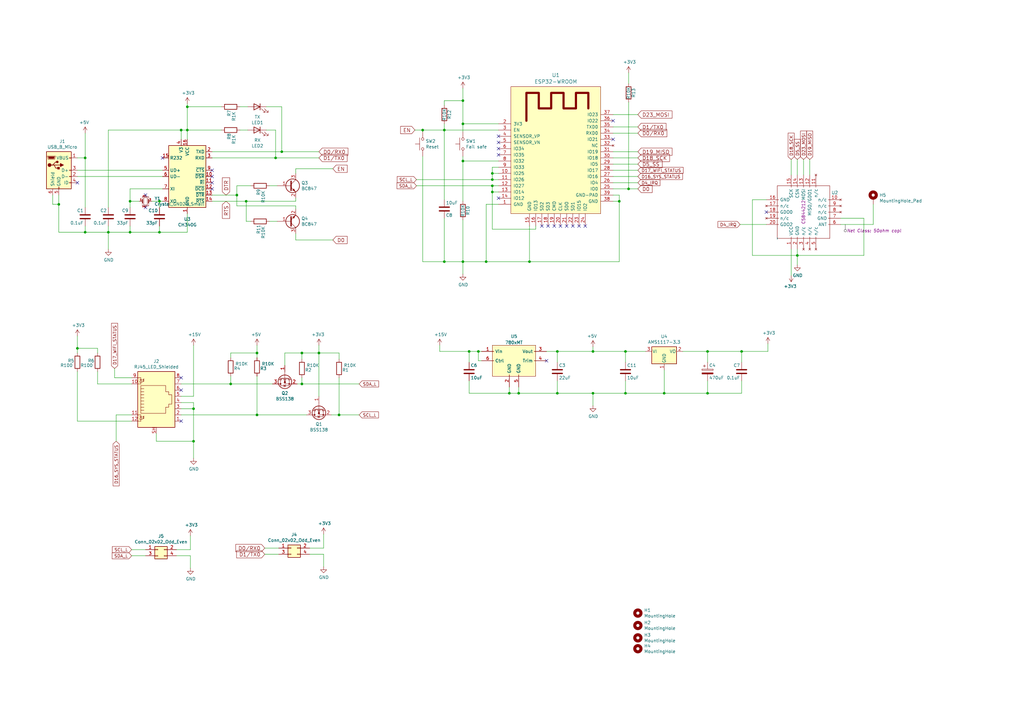
<source format=kicad_sch>
(kicad_sch (version 20230121) (generator eeschema)
  (paper "A3")
  (lib_symbols
    (symbol "Connector:RJ45_LED_Shielded" (pin_names (offset 1.016))
      (property "Reference" "J" (at -5.08 13.97 0))
      (property "Value" "RJ45_LED_Shielded" (at 1.27 13.97 0))
      (symbol "RJ45_LED_Shielded_1_1"
        (pin passive line (at 10.16 -7.62 180) (length 2.54) (name "~") (number "1"))
        (pin passive line (at -10.16 7.62 0) (length 2.54) (name "~") (number "10"))
        (pin passive line (at -10.16 -5.08 0) (length 2.54) (name "~") (number "11"))
        (pin passive line (at -10.16 -7.62 0) (length 2.54) (name "~") (number "12"))
        (pin passive line (at 10.16 -5.08 180) (length 2.54) (name "~") (number "2"))
        (pin passive line (at 10.16 -2.54 180) (length 2.54) (name "~") (number "3"))
        (pin passive line (at 10.16 0 180) (length 2.54) (name "~") (number "4"))
        (pin passive line (at 10.16 2.54 180) (length 2.54) (name "~") (number "5"))
        (pin passive line (at 10.16 5.08 180) (length 2.54) (name "~") (number "6"))
        (pin passive line (at 10.16 7.62 180) (length 2.54) (name "~") (number "7"))
        (pin passive line (at 10.16 10.16 180) (length 2.54) (name "~") (number "8"))
        (pin passive line (at -10.16 10.16 0) (length 2.54) (name "~") (number "9"))
        (pin passive line (at 0 -12.7 90) (length 2.54) (name "~") (number "SH"))
      )
    )
    (symbol "Connector:USB_B_Micro" (pin_names (offset 1.016))
      (property "Reference" "J" (at -5.08 11.43 0))
      (property "Value" "USB_B_Micro" (at -5.08 8.89 0))
      (symbol "USB_B_Micro_1_1"
        (pin power_out line (at 7.62 5.08 180) (length 2.54) (name "VBUS") (number "1"))
        (pin bidirectional line (at 7.62 -2.54 180) (length 2.54) (name "D-") (number "2"))
        (pin bidirectional line (at 7.62 0 180) (length 2.54) (name "D+") (number "3"))
        (pin passive line (at 7.62 -5.08 180) (length 2.54) (name "ID") (number "4"))
        (pin power_out line (at 0 -10.16 90) (length 2.54) (name "GND") (number "5"))
        (pin passive line (at -2.54 -10.16 90) (length 2.54) (name "Shield") (number "6"))
      )
    )
    (symbol "Connector_Generic:Conn_02x02_Odd_Even" (pin_names (offset 1.016) hide)
      (property "Reference" "J" (at 1.27 2.54 0))
      (property "Value" "Conn_02x02_Odd_Even" (at 1.27 -5.08 0))
      (symbol "Conn_02x02_Odd_Even_1_1"
        (pin passive line (at -5.08 0 0) (length 3.81) (name "Pin_1") (number "1"))
        (pin passive line (at 7.62 0 180) (length 3.81) (name "Pin_2") (number "2"))
        (pin passive line (at -5.08 -2.54 0) (length 3.81) (name "Pin_3") (number "3"))
        (pin passive line (at 7.62 -2.54 180) (length 3.81) (name "Pin_4") (number "4"))
      )
    )
    (symbol "Device:C" (pin_numbers hide) (pin_names (offset 0.254))
      (property "Reference" "C" (at 0.635 2.54 0))
      (property "Value" "C" (at 0.635 -2.54 0))
      (symbol "C_1_1"
        (pin passive line (at 0 3.81 270) (length 2.794) (name "~") (number "1"))
        (pin passive line (at 0 -3.81 90) (length 2.794) (name "~") (number "2"))
      )
    )
    (symbol "Device:CP" (pin_numbers hide) (pin_names (offset 0.254))
      (property "Reference" "C" (at 0.635 2.54 0))
      (property "Value" "Device_CP" (at 0.635 -2.54 0))
      (symbol "CP_1_1"
        (pin passive line (at 0 3.81 270) (length 2.794) (name "~") (number "1"))
        (pin passive line (at 0 -3.81 90) (length 2.794) (name "~") (number "2"))
      )
    )
    (symbol "Device:Crystal_GND24_Small" (pin_names (offset 1.016) hide)
      (property "Reference" "Y" (at 1.27 4.445 0))
      (property "Value" "Crystal_GND24_Small" (at 1.27 2.54 0))
      (symbol "Crystal_GND24_Small_1_1"
        (pin passive line (at -2.54 0 0) (length 1.27) (name "1") (number "1"))
        (pin passive line (at 0 -2.54 90) (length 0.635) (name "2") (number "2"))
        (pin passive line (at 2.54 0 180) (length 1.27) (name "3") (number "3"))
        (pin passive line (at 0 2.54 270) (length 0.635) (name "4") (number "4"))
      )
    )
    (symbol "Device:LED" (pin_numbers hide) (pin_names (offset 1.016) hide)
      (property "Reference" "D" (at 0 2.54 0))
      (property "Value" "LED" (at 0 -2.54 0))
      (symbol "LED_1_1"
        (pin passive line (at -3.81 0 0) (length 2.54) (name "K") (number "1"))
        (pin passive line (at 3.81 0 180) (length 2.54) (name "A") (number "2"))
      )
    )
    (symbol "Device:R" (pin_numbers hide) (pin_names (offset 0))
      (property "Reference" "R" (at 2.032 0 90))
      (property "Value" "R" (at 0 0 90))
      (symbol "R_1_1"
        (pin passive line (at 0 3.81 270) (length 1.27) (name "~") (number "1"))
        (pin passive line (at 0 -3.81 90) (length 1.27) (name "~") (number "2"))
      )
    )
    (symbol "Interface_USB:CH340G"
      (property "Reference" "U" (at -5.08 13.97 0))
      (property "Value" "CH340G" (at 1.27 13.97 0))
      (symbol "CH340G_1_1"
        (pin power_in line (at 0 -15.24 90) (length 2.54) (name "GND") (number "1"))
        (pin input line (at 10.16 0 180) (length 2.54) (name "~{DSR}") (number "10"))
        (pin input line (at 10.16 -2.54 180) (length 2.54) (name "~{RI}") (number "11"))
        (pin input line (at 10.16 -5.08 180) (length 2.54) (name "~{DCD}") (number "12"))
        (pin output line (at 10.16 -7.62 180) (length 2.54) (name "~{DTR}") (number "13"))
        (pin output line (at 10.16 -10.16 180) (length 2.54) (name "~{RTS}") (number "14"))
        (pin input line (at -10.16 7.62 0) (length 2.54) (name "R232") (number "15"))
        (pin power_in line (at 0 15.24 270) (length 2.54) (name "VCC") (number "16"))
        (pin output line (at 10.16 10.16 180) (length 2.54) (name "TXD") (number "2"))
        (pin input line (at 10.16 7.62 180) (length 2.54) (name "RXD") (number "3"))
        (pin passive line (at -2.54 15.24 270) (length 2.54) (name "V3") (number "4"))
        (pin bidirectional line (at -10.16 2.54 0) (length 2.54) (name "UD+") (number "5"))
        (pin bidirectional line (at -10.16 0 0) (length 2.54) (name "UD-") (number "6"))
        (pin input line (at -10.16 -5.08 0) (length 2.54) (name "XI") (number "7"))
        (pin output line (at -10.16 -10.16 0) (length 2.54) (name "XO") (number "8"))
        (pin input line (at 10.16 2.54 180) (length 2.54) (name "~{CTS}") (number "9"))
      )
    )
    (symbol "Mechanical:MountingHole" (pin_names (offset 1.016))
      (property "Reference" "H" (at 0 5.08 0))
      (property "Value" "MountingHole" (at 0 3.175 0))
    )
    (symbol "Mechanical:MountingHole_Pad" (pin_numbers hide) (pin_names (offset 1.016) hide)
      (property "Reference" "H" (at 0 6.35 0))
      (property "Value" "MountingHole_Pad" (at 0 4.445 0))
      (symbol "MountingHole_Pad_1_1"
        (pin input line (at 0 -2.54 90) (length 2.54) (name "1") (number "1"))
      )
    )
    (symbol "Regulator_Linear:AMS1117-3.3" (pin_names (offset 0.254))
      (property "Reference" "U" (at -3.81 3.175 0))
      (property "Value" "AMS1117-3.3" (at 0 3.175 0))
      (symbol "AMS1117-3.3_1_1"
        (pin power_in line (at 0 -7.62 90) (length 2.54) (name "GND") (number "1"))
        (pin power_out line (at 7.62 0 180) (length 2.54) (name "VO") (number "2"))
        (pin power_in line (at -7.62 0 0) (length 2.54) (name "VI") (number "3"))
      )
    )
    (symbol "Switch:SW_Push" (pin_numbers hide) (pin_names (offset 1.016) hide)
      (property "Reference" "SW" (at 1.27 2.54 0))
      (property "Value" "SW_Push" (at 0 -1.524 0))
      (symbol "SW_Push_0_1"
        (pin passive line (at -5.08 0 0) (length 2.54) (name "1") (number "1"))
        (pin passive line (at 5.08 0 180) (length 2.54) (name "2") (number "2"))
      )
    )
    (symbol "Transistor_BJT:BC847" (pin_names (offset 0) hide)
      (property "Reference" "Q" (at 5.08 1.905 0))
      (property "Value" "BC847" (at 5.08 0 0))
      (symbol "BC847_1_1"
        (pin input line (at -5.08 0 0) (length 5.715) (name "B") (number "1"))
        (pin passive line (at 2.54 -5.08 90) (length 2.54) (name "E") (number "2"))
        (pin passive line (at 2.54 5.08 270) (length 2.54) (name "C") (number "3"))
      )
    )
    (symbol "Transistor_FET:BSS138" (pin_names hide)
      (property "Reference" "Q" (at 5.08 1.905 0))
      (property "Value" "BSS138" (at 5.08 0 0))
      (symbol "BSS138_1_1"
        (pin input line (at -5.08 0 0) (length 2.54) (name "G") (number "1"))
        (pin passive line (at 2.54 -5.08 90) (length 2.54) (name "S") (number "2"))
        (pin passive line (at 2.54 5.08 270) (length 2.54) (name "D") (number "3"))
      )
    )
    (symbol "nrg_watch:EByte_E07_CC1101"
      (property "Reference" "U4" (at 7.9782 -12.8112 90))
      (property "Value" "~" (at -10.795 10.795 0))
      (property "LCSC" "C5844212" (at 0 0 0))
      (symbol "EByte_E07_CC1101_1_1"
        (pin power_in line (at -15.24 5.08 0) (length 5.08) (name "VCC") (number "1"))
        (pin no_connect line (at 5.08 -15.24 90) (length 5.08) (name "n/c") (number "10"))
        (pin no_connect line (at 15.24 -5.08 180) (length 5.08) (name "n/c") (number "11"))
        (pin bidirectional line (at 15.24 -2.54 180) (length 5.08) (name "MISO/GDO1") (number "12"))
        (pin bidirectional line (at 15.24 0 180) (length 5.08) (name "MOSI") (number "13"))
        (pin input line (at 15.24 2.54 180) (length 5.08) (name "CSN") (number "14"))
        (pin input line (at 15.24 5.08 180) (length 5.08) (name "SCK") (number "15"))
        (pin power_in line (at 5.08 15.24 270) (length 5.08) (name "GND") (number "16"))
        (pin no_connect line (at 2.54 15.24 270) (length 5.08) (name "n/c") (number "17"))
        (pin bidirectional line (at 0 15.24 270) (length 5.08) (name "GDO0") (number "18"))
        (pin no_connect line (at -2.54 15.24 270) (length 5.08) (name "n/c") (number "19"))
        (pin power_in line (at -15.24 2.54 0) (length 5.08) (name "GND") (number "2"))
        (pin bidirectional line (at -5.08 15.24 270) (length 5.08) (name "GDO2") (number "20"))
        (pin no_connect line (at -15.24 0 0) (length 5.08) (name "n/c") (number "3"))
        (pin no_connect line (at -15.24 -2.54 0) (length 5.08) (name "n/c") (number "4"))
        (pin no_connect line (at -15.24 -5.08 0) (length 5.08) (name "n/c") (number "5"))
        (pin output line (at -5.08 -15.24 90) (length 5.08) (name "ANT") (number "6"))
        (pin power_in line (at -2.54 -15.24 90) (length 5.08) (name "GND") (number "7"))
        (pin no_connect line (at 0 -15.24 90) (length 5.08) (name "n/c") (number "8"))
        (pin no_connect line (at 2.54 -15.24 90) (length 5.08) (name "n/c") (number "9"))
      )
    )
    (symbol "nrg_watch:ESP32-WROOM" (pin_names (offset 1.016))
      (property "Reference" "U" (at -17.78 31.75 0))
      (property "Value" "nrg_watch_ESP32-WROOM" (at 12.7 31.75 0))
      (symbol "ESP32-WROOM_1_1"
        (pin power_out line (at -24.13 -17.78 0) (length 5.08) (name "GND") (number "1"))
        (pin bidirectional line (at -24.13 -5.08 0) (length 5.08) (name "IO25") (number "10"))
        (pin bidirectional line (at -24.13 -7.62 0) (length 5.08) (name "IO26") (number "11"))
        (pin bidirectional line (at -24.13 -10.16 0) (length 5.08) (name "IO27") (number "12"))
        (pin bidirectional line (at -24.13 -12.7 0) (length 5.08) (name "IO14") (number "13"))
        (pin bidirectional line (at -24.13 -15.24 0) (length 5.08) (name "IO12") (number "14"))
        (pin power_in line (at -11.43 -26.67 90) (length 5.08) (name "GND") (number "15"))
        (pin bidirectional line (at -8.89 -26.67 90) (length 5.08) (name "IO13") (number "16"))
        (pin bidirectional line (at -6.35 -26.67 90) (length 5.08) (name "SD2") (number "17"))
        (pin bidirectional line (at -3.81 -26.67 90) (length 5.08) (name "SD3") (number "18"))
        (pin bidirectional line (at -1.27 -26.67 90) (length 5.08) (name "CMD") (number "19"))
        (pin power_in line (at -24.13 15.24 0) (length 5.08) (name "3V3") (number "2"))
        (pin input line (at 1.27 -26.67 90) (length 5.08) (name "CLK") (number "20"))
        (pin bidirectional line (at 3.81 -26.67 90) (length 5.08) (name "SDO") (number "21"))
        (pin bidirectional line (at 6.35 -26.67 90) (length 5.08) (name "SD1") (number "22"))
        (pin bidirectional line (at 8.89 -26.67 90) (length 5.08) (name "IO15") (number "23"))
        (pin bidirectional line (at 11.43 -26.67 90) (length 5.08) (name "IO2") (number "24"))
        (pin bidirectional line (at 22.86 -11.43 180) (length 5.08) (name "IO0") (number "25"))
        (pin input line (at 22.86 -8.89 180) (length 5.08) (name "IO4") (number "26"))
        (pin bidirectional line (at 22.86 -6.35 180) (length 5.08) (name "IO16") (number "27"))
        (pin bidirectional line (at 22.86 -3.81 180) (length 5.08) (name "IO17") (number "28"))
        (pin bidirectional line (at 22.86 -1.27 180) (length 5.08) (name "IO5") (number "29"))
        (pin input line (at -24.13 12.7 0) (length 5.08) (name "EN") (number "3"))
        (pin input line (at 22.86 1.27 180) (length 5.08) (name "IO18") (number "30"))
        (pin bidirectional line (at 22.86 3.81 180) (length 5.08) (name "IO19") (number "31"))
        (pin no_connect line (at 22.86 6.35 180) (length 5.08) (name "NC") (number "32"))
        (pin bidirectional line (at 22.86 8.89 180) (length 5.08) (name "IO21") (number "33"))
        (pin bidirectional line (at 22.86 11.43 180) (length 5.08) (name "RXD0") (number "34"))
        (pin bidirectional line (at 22.86 13.97 180) (length 5.08) (name "TXD0") (number "35"))
        (pin bidirectional line (at 22.86 16.51 180) (length 5.08) (name "IO22") (number "36"))
        (pin bidirectional line (at 22.86 19.05 180) (length 5.08) (name "IO23") (number "37"))
        (pin power_in line (at 22.86 -16.51 180) (length 5.08) (name "GND") (number "38"))
        (pin power_in line (at 22.86 -13.97 180) (length 5.08) (name "GND-PAD") (number "39"))
        (pin input line (at -24.13 10.16 0) (length 5.08) (name "SENSOR_VP") (number "4"))
        (pin input line (at -24.13 7.62 0) (length 5.08) (name "SENSOR_VN") (number "5"))
        (pin bidirectional line (at -24.13 5.08 0) (length 5.08) (name "IO34") (number "6"))
        (pin bidirectional line (at -24.13 2.54 0) (length 5.08) (name "IO35") (number "7"))
        (pin bidirectional line (at -24.13 0 0) (length 5.08) (name "IO32") (number "8"))
        (pin bidirectional line (at -24.13 -2.54 0) (length 5.08) (name "IO33") (number "9"))
      )
    )
    (symbol "nrgwatch:780xMT"
      (property "Reference" "U" (at 0 7.62 0))
      (property "Value" "780xMT" (at 0 10.16 0))
      (symbol "780xMT_1_1"
        (pin power_in line (at -13.335 3.81 0) (length 5.08) (name "Vin") (number "1"))
        (pin input line (at -1.905 -10.795 90) (length 5.08) (name "GND") (number "2"))
        (pin power_out line (at 13.335 3.81 180) (length 5.08) (name "Vout") (number "3"))
        (pin input line (at 13.335 0 180) (length 5.08) (name "Trim") (number "4"))
        (pin input line (at 1.905 -10.795 90) (length 5.08) (name "GND") (number "5"))
        (pin input line (at -13.335 0 0) (length 5.08) (name "Ctrl") (number "6"))
      )
    )
    (symbol "power:+15V" (power) (pin_names (offset 0))
      (property "Value" "+15V" (at 0 3.556 0))
      (symbol "+15V_1_1"
        (pin power_in line (at 0 0 90) (length 0) hide (name "+15V") (number "1"))
      )
    )
    (symbol "power:+3V3" (power) (pin_names (offset 0))
      (property "Value" "+3V3" (at 0 3.556 0))
      (symbol "+3V3_1_1"
        (pin power_in line (at 0 0 90) (length 0) hide (name "+3V3") (number "1"))
      )
    )
    (symbol "power:+5V" (power) (pin_names (offset 0))
      (property "Value" "+5V" (at 0 3.556 0))
      (symbol "+5V_1_1"
        (pin power_in line (at 0 0 90) (length 0) hide (name "+5V") (number "1"))
      )
    )
    (symbol "power:GND" (power) (pin_names (offset 0))
      (property "Value" "GND" (at 0 -3.81 0))
      (symbol "GND_1_1"
        (pin power_in line (at 0 0 270) (length 0) hide (name "GND") (number "1"))
      )
    )
  )
  (junction (at 290.195 161.29))
  (junction (at 327.025 104.775))
  (junction (at 256.54 144.145))
  (junction (at 243.205 144.145))
  (junction (at 24.13 83.82))
  (junction (at 201.93 76.2))
  (junction (at 115.57 62.23))
  (junction (at 254 82.55))
  (junction (at 139.065 170.18))
  (junction (at 123.825 157.48))
  (junction (at 290.195 144.145))
  (junction (at 189.865 66.04))
  (junction (at 201.93 78.74))
  (junction (at 228.6 144.145))
  (junction (at 304.165 144.145))
  (junction (at 201.93 71.12))
  (junction (at 123.825 144.78))
  (junction (at 100.965 82.55))
  (junction (at 113.03 64.77))
  (junction (at 189.865 41.275))
  (junction (at 217.17 107.315))
  (junction (at 173.355 53.34))
  (junction (at 228.6 161.29))
  (junction (at 189.865 107.315))
  (junction (at 201.93 73.66))
  (junction (at 44.45 95.25))
  (junction (at 74.295 53.34))
  (junction (at 130.81 144.78))
  (junction (at 257.81 77.47))
  (junction (at 208.915 161.29))
  (junction (at 65.405 82.55))
  (junction (at 199.39 107.315))
  (junction (at 105.41 144.78))
  (junction (at 34.925 64.77))
  (junction (at 212.725 161.29))
  (junction (at 182.245 53.34))
  (junction (at 105.41 170.18))
  (junction (at 76.835 43.815))
  (junction (at 79.375 180.975))
  (junction (at 34.925 95.25))
  (junction (at 189.865 50.8))
  (junction (at 192.405 144.145))
  (junction (at 272.415 161.29))
  (junction (at 65.405 95.25))
  (junction (at 94.615 157.48))
  (junction (at 243.205 161.29))
  (junction (at 76.835 53.34))
  (junction (at 53.34 82.55))
  (junction (at 196.215 144.145))
  (junction (at 182.245 107.315))
  (junction (at 53.34 95.25))
  (junction (at 97.155 80.01))
  (junction (at 256.54 161.29))
  (junction (at 79.375 167.64))
  (junction (at 31.75 142.875))
  (no_connect (at 251.46 57.15))
  (no_connect (at 204.47 63.5))
  (no_connect (at 204.47 60.96))
  (no_connect (at 66.675 64.77))
  (no_connect (at 314.325 86.995))
  (no_connect (at 204.47 81.28))
  (no_connect (at 86.995 69.85))
  (no_connect (at 204.47 58.42))
  (no_connect (at 240.03 92.71))
  (no_connect (at 74.295 160.02))
  (no_connect (at 229.87 92.71))
  (no_connect (at 204.47 55.88))
  (no_connect (at 224.79 92.71))
  (no_connect (at 59.69 85.09))
  (no_connect (at 74.295 154.94))
  (no_connect (at 227.33 92.71))
  (no_connect (at 234.95 92.71))
  (no_connect (at 222.25 92.71))
  (no_connect (at 86.995 72.39))
  (no_connect (at 224.155 147.955))
  (no_connect (at 86.995 77.47))
  (no_connect (at 232.41 92.71))
  (no_connect (at 59.69 80.01))
  (no_connect (at 251.46 49.53))
  (no_connect (at 74.295 172.72))
  (no_connect (at 86.995 74.93))
  (no_connect (at 237.49 92.71))
  (no_connect (at 31.75 74.93))
  (wire (pts (xy 208.915 161.29) (xy 212.725 161.29)))
  (wire (pts (xy 308.61 81.915) (xy 308.61 104.775)))
  (wire (pts (xy 100.965 82.55) (xy 100.965 90.805)))
  (wire (pts (xy 256.54 144.145) (xy 264.795 144.145)))
  (wire (pts (xy 212.725 161.29) (xy 228.6 161.29)))
  (wire (pts (xy 180.34 144.145) (xy 192.405 144.145)))
  (wire (pts (xy 173.355 64.135) (xy 173.355 107.315)))
  (wire (pts (xy 44.45 53.34) (xy 74.295 53.34)))
  (wire (pts (xy 212.725 158.75) (xy 212.725 161.29)))
  (wire (pts (xy 354.33 89.535) (xy 354.33 104.775)))
  (wire (pts (xy 97.155 84.455) (xy 97.155 80.01)))
  (wire (pts (xy 290.195 148.59) (xy 290.195 144.145)))
  (wire (pts (xy 53.975 172.72) (xy 31.75 172.72)))
  (wire (pts (xy 74.295 53.34) (xy 76.835 53.34)))
  (wire (pts (xy 31.75 137.795) (xy 31.75 142.875)))
  (wire (pts (xy 180.34 144.145) (xy 180.34 141.605)))
  (wire (pts (xy 256.54 156.21) (xy 256.54 161.29)))
  (wire (pts (xy 78.105 219.71) (xy 78.105 225.425)))
  (wire (pts (xy 110.49 76.2) (xy 113.665 76.2)))
  (wire (pts (xy 31.75 72.39) (xy 66.675 72.39)))
  (wire (pts (xy 46.99 154.94) (xy 53.975 154.94)))
  (wire (pts (xy 121.285 85.725) (xy 121.285 84.455)))
  (wire (pts (xy 21.59 83.82) (xy 24.13 83.82)))
  (wire (pts (xy 109.22 53.34) (xy 113.03 53.34)))
  (wire (pts (xy 98.425 53.34) (xy 101.6 53.34)))
  (wire (pts (xy 47.625 170.18) (xy 53.975 170.18)))
  (wire (pts (xy 228.6 161.29) (xy 243.205 161.29)))
  (wire (pts (xy 53.34 85.09) (xy 53.34 82.55)))
  (wire (pts (xy 31.75 142.875) (xy 31.75 144.78)))
  (wire (pts (xy 224.155 144.145) (xy 228.6 144.145)))
  (wire (pts (xy 74.295 170.18) (xy 105.41 170.18)))
  (wire (pts (xy 314.96 140.97) (xy 314.96 144.145)))
  (wire (pts (xy 65.405 95.25) (xy 76.835 95.25)))
  (wire (pts (xy 182.245 41.275) (xy 182.245 43.18)))
  (wire (pts (xy 199.39 83.82) (xy 204.47 83.82)))
  (wire (pts (xy 121.285 69.215) (xy 136.525 69.215)))
  (wire (pts (xy 76.835 42.545) (xy 76.835 43.815)))
  (wire (pts (xy 130.81 144.78) (xy 130.81 162.56)))
  (wire (pts (xy 44.45 53.34) (xy 44.45 85.09)))
  (wire (pts (xy 327.025 102.235) (xy 327.025 104.775)))
  (wire (pts (xy 189.865 66.04) (xy 189.865 82.55)))
  (wire (pts (xy 34.925 64.77) (xy 34.925 85.09)))
  (wire (pts (xy 86.995 82.55) (xy 100.965 82.55)))
  (wire (pts (xy 261.62 74.93) (xy 251.46 74.93)))
  (wire (pts (xy 113.665 90.805) (xy 110.49 90.805)))
  (wire (pts (xy 76.835 43.815) (xy 90.805 43.815)))
  (wire (pts (xy 256.54 161.29) (xy 243.205 161.29)))
  (wire (pts (xy 314.325 81.915) (xy 308.61 81.915)))
  (wire (pts (xy 332.105 65.405) (xy 332.105 71.755)))
  (wire (pts (xy 147.32 170.18) (xy 139.065 170.18)))
  (wire (pts (xy 53.34 92.71) (xy 53.34 95.25)))
  (wire (pts (xy 105.41 141.605) (xy 105.41 144.78)))
  (wire (pts (xy 208.915 158.75) (xy 208.915 161.29)))
  (wire (pts (xy 123.825 154.94) (xy 123.825 157.48)))
  (wire (pts (xy 189.865 66.04) (xy 189.865 64.135)))
  (wire (pts (xy 34.925 54.61) (xy 34.925 64.77)))
  (wire (pts (xy 219.71 92.71) (xy 219.71 93.98)))
  (wire (pts (xy 53.34 77.47) (xy 66.675 77.47)))
  (wire (pts (xy 358.14 83.82) (xy 358.14 92.075)))
  (wire (pts (xy 31.75 64.77) (xy 34.925 64.77)))
  (wire (pts (xy 21.59 80.01) (xy 21.59 83.82)))
  (wire (pts (xy 170.18 53.34) (xy 173.355 53.34)))
  (wire (pts (xy 79.375 141.605) (xy 79.375 162.56)))
  (wire (pts (xy 86.995 80.01) (xy 97.155 80.01)))
  (wire (pts (xy 125.73 170.18) (xy 105.41 170.18)))
  (wire (pts (xy 243.205 166.37) (xy 243.205 161.29)))
  (wire (pts (xy 139.065 147.32) (xy 139.065 144.78)))
  (wire (pts (xy 74.295 162.56) (xy 79.375 162.56)))
  (wire (pts (xy 53.34 82.55) (xy 53.34 77.47)))
  (wire (pts (xy 254 82.55) (xy 251.46 82.55)))
  (wire (pts (xy 79.375 165.1) (xy 74.295 165.1)))
  (wire (pts (xy 304.165 144.145) (xy 304.165 148.59)))
  (wire (pts (xy 189.865 41.275) (xy 189.865 50.8)))
  (wire (pts (xy 72.39 227.965) (xy 78.105 227.965)))
  (wire (pts (xy 324.485 102.235) (xy 324.485 113.03)))
  (wire (pts (xy 192.405 144.145) (xy 196.215 144.145)))
  (wire (pts (xy 329.565 65.405) (xy 329.565 71.755)))
  (wire (pts (xy 65.405 92.71) (xy 65.405 95.25)))
  (wire (pts (xy 105.41 144.78) (xy 105.41 146.685)))
  (wire (pts (xy 31.75 152.4) (xy 31.75 172.72)))
  (wire (pts (xy 76.835 53.34) (xy 90.805 53.34)))
  (wire (pts (xy 204.47 66.04) (xy 189.865 66.04)))
  (wire (pts (xy 53.34 95.25) (xy 65.405 95.25)))
  (wire (pts (xy 324.485 65.405) (xy 324.485 71.755)))
  (wire (pts (xy 79.375 180.975) (xy 79.375 187.96)))
  (wire (pts (xy 228.6 144.145) (xy 243.205 144.145)))
  (wire (pts (xy 76.835 95.25) (xy 76.835 87.63)))
  (wire (pts (xy 251.46 52.07) (xy 261.62 52.07)))
  (wire (pts (xy 290.195 161.29) (xy 272.415 161.29)))
  (wire (pts (xy 108.585 227.33) (xy 114.3 227.33)))
  (wire (pts (xy 65.405 85.09) (xy 65.405 82.55)))
  (wire (pts (xy 113.03 53.34) (xy 113.03 64.77)))
  (wire (pts (xy 182.245 53.34) (xy 204.47 53.34)))
  (wire (pts (xy 46.99 151.13) (xy 46.99 154.94)))
  (wire (pts (xy 201.93 78.74) (xy 204.47 78.74)))
  (wire (pts (xy 53.975 225.425) (xy 59.69 225.425)))
  (wire (pts (xy 290.195 144.145) (xy 304.165 144.145)))
  (wire (pts (xy 199.39 107.315) (xy 217.17 107.315)))
  (wire (pts (xy 290.195 161.29) (xy 304.165 161.29)))
  (wire (pts (xy 173.355 107.315) (xy 182.245 107.315)))
  (wire (pts (xy 192.405 161.29) (xy 192.405 156.21)))
  (wire (pts (xy 79.375 167.64) (xy 79.375 180.975)))
  (wire (pts (xy 130.81 141.605) (xy 130.81 144.78)))
  (wire (pts (xy 34.925 95.25) (xy 24.13 95.25)))
  (wire (pts (xy 121.285 98.425) (xy 136.525 98.425)))
  (wire (pts (xy 47.625 180.975) (xy 47.625 170.18)))
  (wire (pts (xy 201.93 78.74) (xy 201.93 76.2)))
  (wire (pts (xy 115.57 62.23) (xy 115.57 43.815)))
  (wire (pts (xy 72.39 225.425) (xy 78.105 225.425)))
  (wire (pts (xy 182.245 81.915) (xy 182.245 53.34)))
  (wire (pts (xy 344.805 92.075) (xy 358.14 92.075)))
  (wire (pts (xy 76.835 43.815) (xy 76.835 53.34)))
  (wire (pts (xy 189.865 41.275) (xy 182.245 41.275)))
  (wire (pts (xy 280.035 144.145) (xy 290.195 144.145)))
  (wire (pts (xy 243.205 144.145) (xy 243.205 142.24)))
  (wire (pts (xy 256.54 148.59) (xy 256.54 144.145)))
  (wire (pts (xy 189.865 36.195) (xy 189.865 41.275)))
  (wire (pts (xy 139.065 170.18) (xy 135.89 170.18)))
  (wire (pts (xy 24.13 95.25) (xy 24.13 83.82)))
  (wire (pts (xy 123.825 157.48) (xy 147.32 157.48)))
  (wire (pts (xy 192.405 148.59) (xy 192.405 144.145)))
  (wire (pts (xy 94.615 154.305) (xy 94.615 157.48)))
  (wire (pts (xy 201.93 73.66) (xy 201.93 71.12)))
  (wire (pts (xy 173.355 53.975) (xy 173.355 53.34)))
  (wire (pts (xy 100.965 90.805) (xy 102.87 90.805)))
  (wire (pts (xy 251.46 64.77) (xy 261.62 64.77)))
  (wire (pts (xy 201.93 71.12) (xy 204.47 71.12)))
  (wire (pts (xy 201.93 68.58) (xy 204.47 68.58)))
  (wire (pts (xy 116.84 144.78) (xy 116.84 149.86)))
  (wire (pts (xy 257.81 41.91) (xy 257.81 77.47)))
  (wire (pts (xy 105.41 154.305) (xy 105.41 170.18)))
  (wire (pts (xy 44.45 95.25) (xy 34.925 95.25)))
  (wire (pts (xy 105.41 144.78) (xy 94.615 144.78)))
  (wire (pts (xy 44.45 95.25) (xy 53.34 95.25)))
  (wire (pts (xy 251.46 67.31) (xy 261.62 67.31)))
  (wire (pts (xy 111.76 157.48) (xy 94.615 157.48)))
  (wire (pts (xy 201.93 71.12) (xy 201.93 68.58)))
  (wire (pts (xy 132.715 227.33) (xy 132.715 232.41)))
  (wire (pts (xy 261.62 77.47) (xy 257.81 77.47)))
  (wire (pts (xy 182.245 50.8) (xy 182.245 53.34)))
  (wire (pts (xy 34.925 92.71) (xy 34.925 95.25)))
  (wire (pts (xy 98.425 43.815) (xy 101.6 43.815)))
  (wire (pts (xy 78.105 227.965) (xy 78.105 233.045)))
  (wire (pts (xy 31.75 142.875) (xy 40.005 142.875)))
  (wire (pts (xy 196.215 147.955) (xy 196.215 144.145)))
  (wire (pts (xy 108.585 224.79) (xy 114.3 224.79)))
  (wire (pts (xy 251.46 69.85) (xy 261.62 69.85)))
  (wire (pts (xy 121.285 71.12) (xy 121.285 69.215)))
  (wire (pts (xy 308.61 104.775) (xy 327.025 104.775)))
  (wire (pts (xy 199.39 83.82) (xy 199.39 107.315)))
  (wire (pts (xy 31.75 69.85) (xy 66.675 69.85)))
  (wire (pts (xy 189.865 112.395) (xy 189.865 107.315)))
  (wire (pts (xy 74.295 167.64) (xy 79.375 167.64)))
  (wire (pts (xy 76.835 53.34) (xy 76.835 57.15)))
  (wire (pts (xy 102.87 76.2) (xy 97.155 76.2)))
  (wire (pts (xy 64.135 177.8) (xy 64.135 180.975)))
  (wire (pts (xy 327.025 104.775) (xy 327.025 108.585)))
  (wire (pts (xy 243.205 144.145) (xy 256.54 144.145)))
  (wire (pts (xy 182.245 107.315) (xy 189.865 107.315)))
  (wire (pts (xy 40.005 152.4) (xy 40.005 157.48)))
  (wire (pts (xy 86.995 64.77) (xy 113.03 64.77)))
  (wire (pts (xy 272.415 161.29) (xy 272.415 151.765)))
  (wire (pts (xy 123.825 147.32) (xy 123.825 144.78)))
  (wire (pts (xy 116.84 144.78) (xy 123.825 144.78)))
  (wire (pts (xy 201.93 93.98) (xy 201.93 78.74)))
  (wire (pts (xy 24.13 83.82) (xy 24.13 80.01)))
  (wire (pts (xy 97.155 76.2) (xy 97.155 80.01)))
  (wire (pts (xy 115.57 62.23) (xy 130.81 62.23)))
  (wire (pts (xy 251.46 54.61) (xy 261.62 54.61)))
  (wire (pts (xy 86.995 62.23) (xy 115.57 62.23)))
  (wire (pts (xy 196.215 144.145) (xy 197.485 144.145)))
  (wire (pts (xy 64.135 180.975) (xy 79.375 180.975)))
  (wire (pts (xy 251.46 62.23) (xy 261.62 62.23)))
  (wire (pts (xy 254 80.01) (xy 254 82.55)))
  (wire (pts (xy 182.245 89.535) (xy 182.245 107.315)))
  (wire (pts (xy 130.81 144.78) (xy 139.065 144.78)))
  (wire (pts (xy 189.865 90.17) (xy 189.865 107.315)))
  (wire (pts (xy 251.46 46.99) (xy 261.62 46.99)))
  (wire (pts (xy 257.81 29.845) (xy 257.81 34.29)))
  (wire (pts (xy 344.805 89.535) (xy 354.33 89.535)))
  (wire (pts (xy 121.92 157.48) (xy 123.825 157.48)))
  (wire (pts (xy 217.17 107.315) (xy 254 107.315)))
  (wire (pts (xy 121.285 84.455) (xy 97.155 84.455)))
  (wire (pts (xy 53.34 82.55) (xy 57.15 82.55)))
  (wire (pts (xy 40.005 142.875) (xy 40.005 144.78)))
  (wire (pts (xy 123.825 144.78) (xy 130.81 144.78)))
  (wire (pts (xy 327.025 104.775) (xy 354.33 104.775)))
  (wire (pts (xy 219.71 93.98) (xy 201.93 93.98)))
  (wire (pts (xy 62.23 82.55) (xy 65.405 82.55)))
  (wire (pts (xy 66.675 82.55) (xy 65.405 82.55)))
  (wire (pts (xy 201.93 76.2) (xy 204.47 76.2)))
  (wire (pts (xy 304.165 161.29) (xy 304.165 156.21)))
  (wire (pts (xy 192.405 161.29) (xy 208.915 161.29)))
  (wire (pts (xy 173.355 53.34) (xy 182.245 53.34)))
  (wire (pts (xy 74.295 157.48) (xy 94.615 157.48)))
  (wire (pts (xy 40.005 157.48) (xy 53.975 157.48)))
  (wire (pts (xy 197.485 147.955) (xy 196.215 147.955)))
  (wire (pts (xy 115.57 43.815) (xy 109.22 43.815)))
  (wire (pts (xy 170.815 76.2) (xy 201.93 76.2)))
  (wire (pts (xy 327.025 65.405) (xy 327.025 71.755)))
  (wire (pts (xy 304.165 144.145) (xy 314.96 144.145)))
  (wire (pts (xy 53.975 227.965) (xy 59.69 227.965)))
  (wire (pts (xy 257.81 77.47) (xy 251.46 77.47)))
  (wire (pts (xy 251.46 72.39) (xy 261.62 72.39)))
  (wire (pts (xy 132.715 219.075) (xy 132.715 224.79)))
  (wire (pts (xy 100.965 82.55) (xy 121.285 82.55)))
  (wire (pts (xy 139.065 154.94) (xy 139.065 170.18)))
  (wire (pts (xy 189.865 50.8) (xy 204.47 50.8)))
  (wire (pts (xy 254 82.55) (xy 254 107.315)))
  (wire (pts (xy 217.17 92.71) (xy 217.17 107.315)))
  (wire (pts (xy 201.93 73.66) (xy 204.47 73.66)))
  (wire (pts (xy 189.865 107.315) (xy 199.39 107.315)))
  (wire (pts (xy 94.615 144.78) (xy 94.615 146.685)))
  (wire (pts (xy 228.6 148.59) (xy 228.6 144.145)))
  (wire (pts (xy 303.53 92.075) (xy 314.325 92.075)))
  (wire (pts (xy 113.03 64.77) (xy 130.81 64.77)))
  (wire (pts (xy 121.285 95.885) (xy 121.285 98.425)))
  (wire (pts (xy 74.295 57.15) (xy 74.295 53.34)))
  (wire (pts (xy 228.6 156.21) (xy 228.6 161.29)))
  (wire (pts (xy 272.415 161.29) (xy 256.54 161.29)))
  (wire (pts (xy 44.45 92.71) (xy 44.45 95.25)))
  (wire (pts (xy 44.45 95.25) (xy 44.45 102.235)))
  (wire (pts (xy 121.285 82.55) (xy 121.285 81.28)))
  (wire (pts (xy 290.195 156.21) (xy 290.195 161.29)))
  (wire (pts (xy 189.865 50.8) (xy 189.865 53.975)))
  (wire (pts (xy 127 227.33) (xy 132.715 227.33)))
  (wire (pts (xy 127 224.79) (xy 132.715 224.79)))
  (wire (pts (xy 79.375 167.64) (xy 79.375 165.1)))
  (wire (pts (xy 170.815 73.66) (xy 201.93 73.66)))
  (wire (pts (xy 251.46 80.01) (xy 254 80.01)))
  (global_label "D16_SYS_STATUS" (shape input) (at 261.62 72.39 0) (property "Intersheetrefs" "${INTERSHEET_REFS}" (effects hide)))
  (global_label "RTS" (shape input) (at 92.71 82.55 270) (effects (font (size 1.524 1.524))) (property "Intersheetrefs" "${INTERSHEET_REFS}" (effects hide)))
  (global_label "D0/RX0" (shape input) (at 130.81 62.23 0) (effects (font (size 1.524 1.524))) (property "Intersheetrefs" "${INTERSHEET_REFS}" (effects hide)))
  (global_label "D19_MISO" (shape input) (at 261.62 62.23 0) (effects (font (size 1.524 1.524))) (property "Intersheetrefs" "${INTERSHEET_REFS}" (effects hide)))
  (global_label "D0/RX0" (shape input) (at 261.62 54.61 0) (effects (font (size 1.524 1.524))) (property "Intersheetrefs" "${INTERSHEET_REFS}" (effects hide)))
  (global_label "D5_SS" (shape input) (at 261.62 67.31 0) (effects (font (size 1.524 1.524))) (property "Intersheetrefs" "${INTERSHEET_REFS}" (effects hide)))
  (global_label "D23_MOSI" (shape input) (at 329.565 65.405 90) (property "Intersheetrefs" "${INTERSHEET_REFS}" (effects hide)))
  (global_label "EN" (shape input) (at 136.525 69.215 0) (effects (font (size 1.524 1.524))) (property "Intersheetrefs" "${INTERSHEET_REFS}" (effects hide)))
  (global_label "D4_IRQ" (shape input) (at 303.53 92.075 180) (property "Intersheetrefs" "${INTERSHEET_REFS}" (effects hide)))
  (global_label "D4_IRQ" (shape input) (at 261.62 74.93 0) (property "Intersheetrefs" "${INTERSHEET_REFS}" (effects hide)))
  (global_label "D16_SYS_STATUS" (shape input) (at 47.625 180.975 270) (property "Intersheetrefs" "${INTERSHEET_REFS}" (effects hide)))
  (global_label "D0" (shape input) (at 136.525 98.425 0) (effects (font (size 1.524 1.524))) (property "Intersheetrefs" "${INTERSHEET_REFS}" (effects hide)))
  (global_label "D18_SCK" (shape input) (at 324.485 65.405 90) (property "Intersheetrefs" "${INTERSHEET_REFS}" (effects hide)))
  (global_label "D1/TX0" (shape input) (at 261.62 52.07 0) (effects (font (size 1.524 1.524))) (property "Intersheetrefs" "${INTERSHEET_REFS}" (effects hide)))
  (global_label "SCL_L" (shape input) (at 53.975 225.425 180) (property "Intersheetrefs" "${INTERSHEET_REFS}" (effects hide)))
  (global_label "D19_MISO" (shape input) (at 332.105 65.405 90) (property "Intersheetrefs" "${INTERSHEET_REFS}" (effects hide)))
  (global_label "D17_WIFI_STATUS" (shape input) (at 261.62 69.85 0) (property "Intersheetrefs" "${INTERSHEET_REFS}" (effects hide)))
  (global_label "SDA_L" (shape input) (at 53.975 227.965 180) (property "Intersheetrefs" "${INTERSHEET_REFS}" (effects hide)))
  (global_label "EN" (shape input) (at 170.18 53.34 180) (effects (font (size 1.524 1.524))) (property "Intersheetrefs" "${INTERSHEET_REFS}" (effects hide)))
  (global_label "SDA_L" (shape input) (at 147.32 157.48 0) (property "Intersheetrefs" "${INTERSHEET_REFS}" (effects hide)))
  (global_label "D17_WIFI_STATUS" (shape input) (at 46.99 151.13 90) (property "Intersheetrefs" "${INTERSHEET_REFS}" (effects hide)))
  (global_label "SCL_L" (shape input) (at 147.32 170.18 0) (property "Intersheetrefs" "${INTERSHEET_REFS}" (effects hide)))
  (global_label "D18_SCK" (shape input) (at 261.62 64.77 0) (effects (font (size 1.524 1.524))) (property "Intersheetrefs" "${INTERSHEET_REFS}" (effects hide)))
  (global_label "D5_SS" (shape input) (at 327.025 65.405 90) (property "Intersheetrefs" "${INTERSHEET_REFS}" (effects hide)))
  (global_label "D0" (shape input) (at 261.62 77.47 0) (effects (font (size 1.524 1.524))) (property "Intersheetrefs" "${INTERSHEET_REFS}" (effects hide)))
  (global_label "D23_MOSI" (shape input) (at 261.62 46.99 0) (effects (font (size 1.524 1.524))) (property "Intersheetrefs" "${INTERSHEET_REFS}" (effects hide)))
  (global_label "D1/TX0" (shape input) (at 108.585 227.33 180) (effects (font (size 1.524 1.524))) (property "Intersheetrefs" "${INTERSHEET_REFS}" (effects hide)))
  (global_label "D0/RX0" (shape input) (at 108.585 224.79 180) (effects (font (size 1.524 1.524))) (property "Intersheetrefs" "${INTERSHEET_REFS}" (effects hide)))
  (global_label "SDA_L" (shape input) (at 170.815 76.2 180) (property "Intersheetrefs" "${INTERSHEET_REFS}" (effects hide)))
  (global_label "D1/TX0" (shape input) (at 130.81 64.77 0) (effects (font (size 1.524 1.524))) (property "Intersheetrefs" "${INTERSHEET_REFS}" (effects hide)))
  (global_label "DTR" (shape input) (at 92.71 80.01 90) (effects (font (size 1.524 1.524))) (property "Intersheetrefs" "${INTERSHEET_REFS}" (effects hide)))
  (global_label "SCL_L" (shape input) (at 170.815 73.66 180) (property "Intersheetrefs" "${INTERSHEET_REFS}" (effects hide)))
  (netclass_flag "" (length 2.54) (shape round) (at 346.71 92.075 180) (property "Netclass" "50ohm copl" (at 347.3196 94.615 0) (show_name) (effects (font italic) (justify left))))
  (symbol (lib_id "Device:R") (at 139.065 151.13 0) (mirror x) (unit 1)
    (property "Reference" "R1" (at 140.335 151.765 0) (effects (justify left)))
    (property "Value" "R10K" (at 140.97 149.86 0) (effects (justify left)))
    (property "Footprint" "Resistor_SMD:R_0805_2012Metric" (effects hide))
    (property "LCSC" "C17414" (effects hide))
  )
  (symbol (lib_id "power:GND") (at 189.865 112.395 0) (unit 1)
    (property "Reference" "#PWR05" (effects hide))
    (property "Value" "GND" (at 189.992 116.7892 0))
  )
  (symbol (lib_id "Device:R") (at 189.865 86.36 0) (mirror x) (unit 1)
    (property "Reference" "R10" (at 191.897 86.36 90))
    (property "Value" "R10K" (at 189.865 86.36 90))
    (property "Footprint" "Resistor_SMD:R_0805_2012Metric" (effects hide))
    (property "LCSC" "C17414" (effects hide))
  )
  (symbol (lib_id "nrg_watch:ESP32-WROOM") (at 228.6 66.04 0) (unit 1)
    (property "Reference" "U1" (at 227.965 30.8102 0) (effects (font (size 1.524 1.524))))
    (property "Value" "ESP32-WROOM" (at 227.965 33.5026 0) (effects (font (size 1.524 1.524))))
    (property "Footprint" "nrg_watch:ESP32-WROOM-32E" (effects hide))
    (property "LCSC" "C473012" (effects hide))
  )
  (symbol (lib_id "Device:CP") (at 290.195 152.4 0) (unit 1)
    (property "Reference" "C4" (at 290.83 149.86 0) (effects (justify left)))
    (property "Value" "470uF" (at 290.83 154.94 0) (effects (justify left)))
    (property "Footprint" "Capacitor_Tantalum_SMD:CP_EIA-7343-31_Kemet-D" (effects hide))
    (property "LCSC" "C7229" (effects hide))
  )
  (symbol (lib_id "Device:C") (at 192.405 152.4 0) (unit 1)
    (property "Reference" "C6" (at 193.04 149.86 0) (effects (justify left)))
    (property "Value" "10uF" (at 193.04 154.94 0) (effects (justify left)))
    (property "Footprint" "Capacitor_SMD:C_0805_2012Metric" (effects hide))
    (property "LCSC" "C15850" (effects hide))
  )
  (symbol (lib_id "Mechanical:MountingHole") (at 261.62 256.54 0) (unit 1)
    (property "Reference" "H2" (at 264.16 255.3716 0) (effects (justify left)))
    (property "Value" "MountingHole" (at 264.16 257.683 0) (effects (justify left)))
    (property "Footprint" "MountingHole:MountingHole_2.5mm" (effects hide))
  )
  (symbol (lib_id "Connector_Generic:Conn_02x02_Odd_Even") (at 64.77 225.425 0) (unit 1)
    (property "Reference" "J5" (at 66.04 219.9132 0))
    (property "Value" "Conn_02x02_Odd_Even" (at 66.04 222.2246 0))
    (property "Footprint" "Connector_PinHeader_2.54mm:PinHeader_2x02_P2.54mm_Vertical" (effects hide))
  )
  (symbol (lib_id "Switch:SW_Push") (at 189.865 59.055 90) (unit 1)
    (property "Reference" "SW1" (at 191.0842 57.8866 90) (effects (justify right)))
    (property "Value" "Fail safe" (at 191.0842 60.198 90) (effects (justify right)))
    (property "Footprint" "nrg_watch:TS-1187" (effects hide))
    (property "LCSC" "C92589" (effects hide))
  )
  (symbol (lib_id "power:+15V") (at 180.34 141.605 0) (unit 1)
    (property "Reference" "#PWR0108" (effects hide))
    (property "Value" "+15V" (at 180.721 137.2108 0))
  )
  (symbol (lib_id "power:+5V") (at 105.41 141.605 0) (mirror y) (unit 1)
    (property "Reference" "#PWR07" (effects hide))
    (property "Value" "+5V" (at 105.029 137.2108 0))
  )
  (symbol (lib_id "power:+3V3") (at 130.81 141.605 0) (mirror y) (unit 1)
    (property "Reference" "#PWR06" (effects hide))
    (property "Value" "+3V3" (at 130.429 137.2108 0))
  )
  (symbol (lib_id "Transistor_FET:BSS138") (at 130.81 167.64 90) (mirror x) (unit 1)
    (property "Reference" "Q1" (at 130.81 173.9646 90))
    (property "Value" "BSS138" (at 130.81 176.276 90))
    (property "Footprint" "Package_TO_SOT_SMD:SOT-23W" (effects hide))
    (property "Datasheet" "https://www.fairchildsemi.com/datasheets/BS/BSS138.pdf" (effects hide))
    (property "LCSC" "C170166" (effects hide))
  )
  (symbol (lib_id "Transistor_FET:BSS138") (at 116.84 154.94 90) (mirror x) (unit 1)
    (property "Reference" "Q2" (at 116.84 161.2646 90))
    (property "Value" "BSS138" (at 116.84 163.576 90))
    (property "Footprint" "Package_TO_SOT_SMD:SOT-23W" (effects hide))
    (property "Datasheet" "https://www.fairchildsemi.com/datasheets/BS/BSS138.pdf" (effects hide))
    (property "LCSC" "C170166" (effects hide))
  )
  (symbol (lib_id "Device:R") (at 105.41 150.495 0) (mirror x) (unit 1)
    (property "Reference" "R3" (at 106.68 151.13 0) (effects (justify left)))
    (property "Value" "R10K" (at 107.315 149.225 0) (effects (justify left)))
    (property "Footprint" "Resistor_SMD:R_0805_2012Metric" (effects hide))
    (property "LCSC" "C17414" (effects hide))
  )
  (symbol (lib_id "Device:R") (at 94.615 150.495 0) (mirror x) (unit 1)
    (property "Reference" "R4" (at 95.885 151.13 0) (effects (justify left)))
    (property "Value" "R10K" (at 96.52 149.225 0) (effects (justify left)))
    (property "Footprint" "Resistor_SMD:R_0805_2012Metric" (effects hide))
    (property "LCSC" "C17414" (effects hide))
  )
  (symbol (lib_id "power:+3V3") (at 78.105 219.71 0) (unit 1)
    (property "Reference" "#PWR0106" (effects hide))
    (property "Value" "+3V3" (at 78.486 215.3158 0))
  )
  (symbol (lib_id "Device:C") (at 304.165 152.4 0) (mirror y) (unit 1)
    (property "Reference" "C7" (at 303.53 149.86 0) (effects (justify left)))
    (property "Value" "0.1uF" (at 303.53 154.94 0) (effects (justify left)))
    (property "Footprint" "Capacitor_SMD:C_0805_2012Metric" (effects hide))
  )
  (symbol (lib_id "Regulator_Linear:AMS1117-3.3") (at 272.415 144.145 0) (unit 1)
    (property "Reference" "U4" (at 272.415 137.9982 0))
    (property "Value" "AMS1117-3.3" (at 272.415 140.3096 0))
    (property "Footprint" "Package_TO_SOT_SMD:SOT-223-3_TabPin2" (effects hide))
    (property "Datasheet" "http://www.advanced-monolithic.com/pdf/ds1117.pdf" (effects hide))
  )
  (symbol (lib_id "power:GND") (at 243.205 166.37 0) (unit 1)
    (property "Reference" "#PWR0103" (effects hide))
    (property "Value" "GND" (at 243.332 170.7642 0))
  )
  (symbol (lib_id "power:+5V") (at 243.205 142.24 0) (mirror y) (unit 1)
    (property "Reference" "#PWR0104" (effects hide))
    (property "Value" "+5V" (at 242.824 137.8458 0))
  )
  (symbol (lib_id "power:+3V3") (at 314.96 140.97 0) (unit 1)
    (property "Reference" "#PWR0105" (effects hide))
    (property "Value" "+3V3" (at 315.341 136.5758 0))
  )
  (symbol (lib_id "Connector:RJ45_LED_Shielded") (at 64.135 165.1 0) (unit 1)
    (property "Reference" "J2" (at 64.135 148.1582 0))
    (property "Value" "RJ45_LED_Shielded" (at 64.135 150.4696 0))
    (property "Footprint" "nrg_watch:RRJ45R08PC000" (effects hide))
    (property "LCSC" "C386757" (effects hide))
  )
  (symbol (lib_id "power:GND") (at 79.375 187.96 0) (unit 1)
    (property "Reference" "#PWR0107" (effects hide))
    (property "Value" "GND" (at 79.502 192.3542 0))
  )
  (symbol (lib_id "power:+15V") (at 79.375 141.605 0) (unit 1)
    (property "Reference" "#PWR0109" (effects hide))
    (property "Value" "+15V" (at 79.756 137.2108 0))
  )
  (symbol (lib_id "Connector:USB_B_Micro") (at 24.13 69.85 0) (unit 1)
    (property "Reference" "J1" (at 25.5778 57.9882 0))
    (property "Value" "USB_B_Micro" (at 25.5778 60.2996 0))
    (property "Footprint" "nrg_watch:micro usb" (effects hide))
    (property "LCSC" "C879723" (effects hide))
  )
  (symbol (lib_id "Device:C") (at 44.45 88.9 0) (mirror y) (unit 1)
    (property "Reference" "C2" (at 43.815 86.36 0) (effects (justify left)))
    (property "Value" "0.1uF" (at 43.815 91.44 0) (effects (justify left)))
    (property "Footprint" "Capacitor_SMD:C_0805_2012Metric" (effects hide))
  )
  (symbol (lib_id "power:GND") (at 44.45 102.235 0) (unit 1)
    (property "Reference" "#PWR0110" (effects hide))
    (property "Value" "GND" (at 44.577 106.6292 0))
  )
  (symbol (lib_id "power:+3V3") (at 76.835 42.545 0) (unit 1)
    (property "Reference" "#PWR0111" (effects hide))
    (property "Value" "+3V3" (at 77.216 38.1508 0))
  )
  (symbol (lib_id "Device:R") (at 94.615 53.34 90) (mirror x) (unit 1)
    (property "Reference" "R8" (at 93.98 54.61 0) (effects (justify left)))
    (property "Value" "R1K" (at 95.885 55.245 0) (effects (justify left)))
    (property "Footprint" "Resistor_SMD:R_0805_2012Metric" (effects hide))
    (property "LCSC" "C17513" (effects hide))
  )
  (symbol (lib_id "Device:LED") (at 105.41 53.34 0) (mirror y) (unit 1)
    (property "Reference" "LED2" (at 105.5878 59.817 0))
    (property "Value" "RX" (at 105.5878 57.5056 0))
    (property "Footprint" "LED_SMD:LED_0805_2012Metric" (effects hide))
    (property "LCSC" "C2293" (effects hide))
  )
  (symbol (lib_id "Device:R") (at 94.615 43.815 90) (mirror x) (unit 1)
    (property "Reference" "R7" (at 93.98 45.085 0) (effects (justify left)))
    (property "Value" "R1K" (at 95.885 45.72 0) (effects (justify left)))
    (property "Footprint" "Resistor_SMD:R_0805_2012Metric" (effects hide))
    (property "LCSC" "C17513" (effects hide))
  )
  (symbol (lib_id "Device:LED") (at 105.41 43.815 0) (mirror y) (unit 1)
    (property "Reference" "LED1" (at 105.5878 50.292 0))
    (property "Value" "TX" (at 105.5878 47.9806 0))
    (property "Footprint" "LED_SMD:LED_0805_2012Metric" (effects hide))
    (property "LCSC" "C2293" (effects hide))
  )
  (symbol (lib_id "power:+5V") (at 34.925 54.61 0) (mirror y) (unit 1)
    (property "Reference" "#PWR0112" (effects hide))
    (property "Value" "+5V" (at 34.544 50.2158 0))
  )
  (symbol (lib_id "Device:C") (at 34.925 88.9 0) (mirror y) (unit 1)
    (property "Reference" "C1" (at 34.29 86.36 0) (effects (justify left)))
    (property "Value" "0.1uF" (at 34.29 91.44 0) (effects (justify left)))
    (property "Footprint" "Capacitor_SMD:C_0805_2012Metric" (effects hide))
  )
  (symbol (lib_id "Transistor_BJT:BC847") (at 118.745 76.2 0) (unit 1)
    (property "Reference" "Q3" (at 123.5964 75.0316 0) (effects (justify left)))
    (property "Value" "BC847" (at 123.5964 77.343 0) (effects (justify left)))
    (property "Footprint" "Package_TO_SOT_SMD:SOT-23W" (effects hide))
    (property "Datasheet" "http://www.infineon.com/dgdl/Infineon-BC847SERIES_BC848SERIES_BC849SERIES_BC850SERIES-DS-v01_01-en.pdf?fileId=db3a304314dca389011541d4630a1657" (effects hide))
    (property "LCSC" "C6749" (effects hide))
  )
  (symbol (lib_id "Transistor_BJT:BC847") (at 118.745 90.805 0) (mirror x) (unit 1)
    (property "Reference" "Q4" (at 123.5964 89.6366 0) (effects (justify left)))
    (property "Value" "BC847" (at 123.5964 91.948 0) (effects (justify left)))
    (property "Footprint" "Package_TO_SOT_SMD:SOT-23W" (effects hide))
    (property "Datasheet" "http://www.infineon.com/dgdl/Infineon-BC847SERIES_BC848SERIES_BC849SERIES_BC850SERIES-DS-v01_01-en.pdf?fileId=db3a304314dca389011541d4630a1657" (effects hide))
    (property "LCSC" "C6749" (effects hide))
  )
  (symbol (lib_id "Device:R") (at 106.68 76.2 90) (mirror x) (unit 1)
    (property "Reference" "R9" (at 106.045 77.47 0) (effects (justify left)))
    (property "Value" "R10K" (at 107.95 78.105 0) (effects (justify left)))
    (property "Footprint" "Resistor_SMD:R_0805_2012Metric" (effects hide))
    (property "LCSC" "C17414" (effects hide))
  )
  (symbol (lib_id "Device:R") (at 106.68 90.805 90) (mirror x) (unit 1)
    (property "Reference" "R11" (at 106.045 92.075 0) (effects (justify left)))
    (property "Value" "R10K" (at 107.95 92.71 0) (effects (justify left)))
    (property "Footprint" "Resistor_SMD:R_0805_2012Metric" (effects hide))
    (property "LCSC" "C17414" (effects hide))
  )
  (symbol (lib_id "Device:C") (at 182.245 85.725 0) (mirror x) (unit 1)
    (property "Reference" "C8" (at 182.88 88.265 0) (effects (justify left)))
    (property "Value" "10uF" (at 182.88 83.185 0) (effects (justify left)))
    (property "Footprint" "Capacitor_SMD:C_0805_2012Metric" (effects hide))
    (property "LCSC" "C15850" (effects hide))
  )
  (symbol (lib_id "Device:R") (at 182.245 46.99 0) (mirror x) (unit 1)
    (property "Reference" "R12" (at 184.277 46.99 90))
    (property "Value" "R10K" (at 182.245 46.99 90))
    (property "Footprint" "Resistor_SMD:R_0805_2012Metric" (effects hide))
    (property "LCSC" "C17414" (effects hide))
  )
  (symbol (lib_id "Device:R") (at 257.81 38.1 0) (mirror x) (unit 1)
    (property "Reference" "R13" (at 259.842 38.1 90))
    (property "Value" "R10K" (at 257.81 38.1 90))
    (property "Footprint" "Resistor_SMD:R_0805_2012Metric" (effects hide))
    (property "LCSC" "C17414" (effects hide))
  )
  (symbol (lib_id "power:+3V3") (at 257.81 29.845 0) (unit 1)
    (property "Reference" "#PWR0113" (effects hide))
    (property "Value" "+3V3" (at 258.191 25.4508 0))
  )
  (symbol (lib_id "power:+3V3") (at 189.865 36.195 0) (unit 1)
    (property "Reference" "#PWR0114" (effects hide))
    (property "Value" "+3V3" (at 190.246 31.8008 0))
  )
  (symbol (lib_id "Device:R") (at 123.825 151.13 0) (mirror x) (unit 1)
    (property "Reference" "R2" (at 125.095 151.765 0) (effects (justify left)))
    (property "Value" "R10K" (at 125.73 149.86 0) (effects (justify left)))
    (property "Footprint" "Resistor_SMD:R_0805_2012Metric" (effects hide))
    (property "LCSC" "C17414" (effects hide))
  )
  (symbol (lib_id "Interface_USB:CH340G") (at 76.835 72.39 0) (unit 1)
    (property "Reference" "U3" (at 76.835 89.8906 0))
    (property "Value" "CH340G" (at 76.835 92.202 0))
    (property "Footprint" "Package_SO:SOIC-16_3.9x9.9mm_P1.27mm" (effects hide))
    (property "Datasheet" "http://www.datasheet5.com/pdf-local-2195953" (effects hide))
  )
  (symbol (lib_id "power:GND") (at 78.105 233.045 0) (unit 1)
    (property "Reference" "#PWR0115" (effects hide))
    (property "Value" "GND" (at 78.232 237.4392 0))
  )
  (symbol (lib_id "Device:C") (at 53.34 88.9 0) (mirror y) (unit 1)
    (property "Reference" "C9" (at 52.705 86.36 0) (effects (justify left)))
    (property "Value" "33pF" (at 52.705 91.44 0) (effects (justify left)))
    (property "Footprint" "Capacitor_SMD:C_0805_2012Metric" (effects hide))
  )
  (symbol (lib_id "power:+3V3") (at 31.75 137.795 0) (unit 1)
    (property "Reference" "#PWR0116" (effects hide))
    (property "Value" "+3V3" (at 32.131 133.4008 0))
  )
  (symbol (lib_id "Device:C") (at 65.405 88.9 0) (mirror y) (unit 1)
    (property "Reference" "C10" (at 64.77 86.36 0) (effects (justify left)))
    (property "Value" "33pF" (at 64.77 91.44 0) (effects (justify left)))
    (property "Footprint" "Capacitor_SMD:C_0805_2012Metric" (effects hide))
  )
  (symbol (lib_id "Device:R") (at 31.75 148.59 0) (mirror y) (unit 1)
    (property "Reference" "R5" (at 30.48 147.955 0) (effects (justify left)))
    (property "Value" "R100" (at 29.845 149.86 0) (effects (justify left)))
    (property "Footprint" "Resistor_SMD:R_0805_2012Metric" (effects hide))
    (property "LCSC" "C17408" (effects hide))
  )
  (symbol (lib_id "Device:R") (at 40.005 148.59 0) (mirror y) (unit 1)
    (property "Reference" "R6" (at 38.735 147.955 0) (effects (justify left)))
    (property "Value" "R100" (at 38.1 149.86 0) (effects (justify left)))
    (property "Footprint" "Resistor_SMD:R_0805_2012Metric" (effects hide))
    (property "LCSC" "C17408" (effects hide))
  )
  (symbol (lib_id "Mechanical:MountingHole_Pad") (at 358.14 81.28 0) (unit 1)
    (property "Reference" "H5" (at 360.68 80.0354 0) (effects (justify left)))
    (property "Value" "MountingHole_Pad" (at 360.68 82.3468 0) (effects (justify left)))
    (property "Footprint" "Connector_Pin:Pin_D1.0mm_L10.0mm" (effects hide))
  )
  (symbol (lib_id "Device:Crystal_GND24_Small") (at 59.69 82.55 0) (unit 1)
    (property "Reference" "Y1" (at 63.3476 81.3816 0) (effects (justify left)))
    (property "Value" "Crystal_GND24_Small" (at 63.3476 83.693 0) (effects (justify left)))
    (property "Footprint" "Crystal:Crystal_SMD_TXC_7M-4Pin_3.2x2.5mm" (effects hide))
  )
  (symbol (lib_id "Switch:SW_Push") (at 173.355 59.055 90) (unit 1)
    (property "Reference" "SW2" (at 174.5742 57.8866 90) (effects (justify right)))
    (property "Value" "Reset" (at 174.5742 60.198 90) (effects (justify right)))
    (property "Footprint" "nrg_watch:TS-1187" (effects hide))
    (property "LCSC" "C92589" (effects hide))
  )
  (symbol (lib_id "Mechanical:MountingHole") (at 261.62 266.065 0) (unit 1)
    (property "Reference" "H4" (at 264.16 264.8966 0) (effects (justify left)))
    (property "Value" "MountingHole" (at 264.16 267.208 0) (effects (justify left)))
    (property "Footprint" "MountingHole:MountingHole_2.5mm" (effects hide))
  )
  (symbol (lib_id "Mechanical:MountingHole") (at 261.62 261.62 0) (unit 1)
    (property "Reference" "H3" (at 264.16 260.4516 0) (effects (justify left)))
    (property "Value" "MountingHole" (at 264.16 262.763 0) (effects (justify left)))
    (property "Footprint" "MountingHole:MountingHole_2.5mm" (effects hide))
  )
  (symbol (lib_id "Mechanical:MountingHole") (at 261.62 251.46 0) (unit 1)
    (property "Reference" "H1" (at 264.16 250.2916 0) (effects (justify left)))
    (property "Value" "MountingHole" (at 264.16 252.603 0) (effects (justify left)))
    (property "Footprint" "MountingHole:MountingHole_2.5mm" (effects hide))
  )
  (symbol (lib_id "Device:C") (at 228.6 152.4 0) (unit 1)
    (property "Reference" "C3" (at 229.235 149.86 0) (effects (justify left)))
    (property "Value" "22uF" (at 229.235 154.94 0) (effects (justify left)))
    (property "Footprint" "Capacitor_SMD:C_0805_2012Metric" (effects hide))
    (property "LCSC" "C15850" (effects hide))
  )
  (symbol (lib_id "power:GND") (at 132.715 232.41 0) (unit 1)
    (property "Reference" "#PWR0117" (effects hide))
    (property "Value" "GND" (at 132.842 236.8042 0))
  )
  (symbol (lib_id "Connector_Generic:Conn_02x02_Odd_Even") (at 119.38 224.79 0) (unit 1)
    (property "Reference" "J4" (at 120.65 219.2782 0))
    (property "Value" "Conn_02x02_Odd_Even" (at 120.65 221.5896 0))
    (property "Footprint" "Connector_PinHeader_2.54mm:PinHeader_2x02_P2.54mm_Vertical" (effects hide))
  )
  (symbol (lib_id "power:+3V3") (at 132.715 219.075 0) (unit 1)
    (property "Reference" "#PWR0118" (effects hide))
    (property "Value" "+3V3" (at 133.096 214.6808 0))
  )
  (symbol (lib_id "nrgwatch:780xMT") (at 210.82 147.955 0) (unit 1)
    (property "Reference" "U5" (at 210.82 137.956 0))
    (property "Value" "780xMT" (at 210.82 140.4929 0))
    (property "Footprint" "nrg_watch:Mornsun 780xMT" (effects hide))
    (property "Datasheet" "https://www.mornsun-power.com/html/pdf/K7803MT-500R4.html" (effects hide))
    (property "LCSC" "C2684892" (effects hide))
  )
  (symbol (lib_id "Device:C") (at 256.54 152.4 0) (unit 1)
    (property "Reference" "C11" (at 257.175 149.86 0) (effects (justify left)))
    (property "Value" "10uF" (at 257.175 154.94 0) (effects (justify left)))
    (property "Footprint" "Capacitor_SMD:C_0805_2012Metric" (effects hide))
    (property "LCSC" "C15850" (effects hide))
  )
  (symbol (lib_id "power:GND") (at 327.025 108.585 0) (unit 1)
    (property "Reference" "#PWR02" (effects hide))
    (property "Value" "GND" (at 327.152 112.9792 0))
  )
  (symbol (lib_id "power:+3V3") (at 324.485 113.03 180) (unit 1)
    (property "Reference" "#PWR01" (effects hide))
    (property "Value" "+3V3" (at 324.104 117.4242 0))
  )
  (symbol (lib_id "nrg_watch:EByte_E07_CC1101") (at 329.565 86.995 90) (unit 1)
    (property "Reference" "U2" (at 342.3762 79.0168 90))
    (property "Value" "~" (at 318.77 97.79 0))
    (property "Footprint" "nrg_watch:E70-433MT14S" (effects hide))
    (property "LCSC" "C5844212" (at 329.565 86.995 0))
  )
)
</source>
